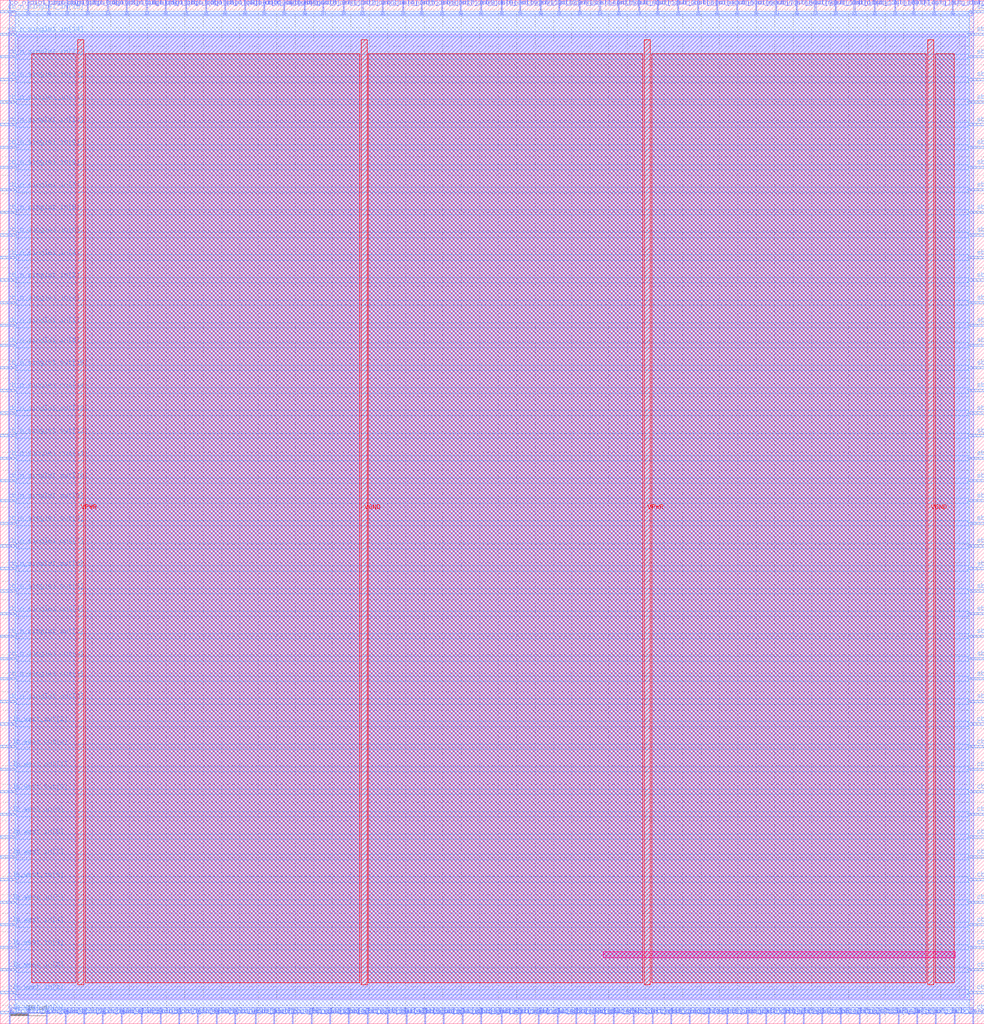
<source format=lef>
VERSION 5.7 ;
  NOWIREEXTENSIONATPIN ON ;
  DIVIDERCHAR "/" ;
  BUSBITCHARS "[]" ;
MACRO clb_tile
  CLASS BLOCK ;
  FOREIGN clb_tile ;
  ORIGIN 0.000 0.000 ;
  SIZE 266.785 BY 277.505 ;
  PIN CIN
    DIRECTION INPUT ;
    USE SIGNAL ;
    PORT
      LAYER met2 ;
        RECT 238.370 0.000 238.650 4.000 ;
    END
  END CIN
  PIN COUT
    DIRECTION OUTPUT TRISTATE ;
    USE SIGNAL ;
    PORT
      LAYER met2 ;
        RECT 247.570 273.505 247.850 277.505 ;
    END
  END COUT
  PIN cb_e_clb1_input[0]
    DIRECTION OUTPUT TRISTATE ;
    USE SIGNAL ;
    PORT
      LAYER met3 ;
        RECT 262.785 2.760 266.785 3.360 ;
    END
  END cb_e_clb1_input[0]
  PIN cb_e_clb1_input[1]
    DIRECTION OUTPUT TRISTATE ;
    USE SIGNAL ;
    PORT
      LAYER met3 ;
        RECT 262.785 8.200 266.785 8.800 ;
    END
  END cb_e_clb1_input[1]
  PIN cb_e_clb1_input[2]
    DIRECTION OUTPUT TRISTATE ;
    USE SIGNAL ;
    PORT
      LAYER met3 ;
        RECT 262.785 14.320 266.785 14.920 ;
    END
  END cb_e_clb1_input[2]
  PIN cb_e_clb1_input[3]
    DIRECTION OUTPUT TRISTATE ;
    USE SIGNAL ;
    PORT
      LAYER met3 ;
        RECT 262.785 20.440 266.785 21.040 ;
    END
  END cb_e_clb1_input[3]
  PIN cb_e_clb1_input[4]
    DIRECTION OUTPUT TRISTATE ;
    USE SIGNAL ;
    PORT
      LAYER met3 ;
        RECT 262.785 26.560 266.785 27.160 ;
    END
  END cb_e_clb1_input[4]
  PIN cb_e_clb1_input[5]
    DIRECTION OUTPUT TRISTATE ;
    USE SIGNAL ;
    PORT
      LAYER met3 ;
        RECT 262.785 32.680 266.785 33.280 ;
    END
  END cb_e_clb1_input[5]
  PIN cb_e_clb1_input[6]
    DIRECTION OUTPUT TRISTATE ;
    USE SIGNAL ;
    PORT
      LAYER met3 ;
        RECT 262.785 38.800 266.785 39.400 ;
    END
  END cb_e_clb1_input[6]
  PIN cb_e_clb1_input[7]
    DIRECTION OUTPUT TRISTATE ;
    USE SIGNAL ;
    PORT
      LAYER met3 ;
        RECT 262.785 44.920 266.785 45.520 ;
    END
  END cb_e_clb1_input[7]
  PIN cb_e_clb1_input[8]
    DIRECTION OUTPUT TRISTATE ;
    USE SIGNAL ;
    PORT
      LAYER met3 ;
        RECT 262.785 50.360 266.785 50.960 ;
    END
  END cb_e_clb1_input[8]
  PIN cb_e_clb1_input[9]
    DIRECTION OUTPUT TRISTATE ;
    USE SIGNAL ;
    PORT
      LAYER met3 ;
        RECT 262.785 56.480 266.785 57.080 ;
    END
  END cb_e_clb1_input[9]
  PIN cb_e_clb1_output[0]
    DIRECTION INPUT ;
    USE SIGNAL ;
    PORT
      LAYER met3 ;
        RECT 262.785 62.600 266.785 63.200 ;
    END
  END cb_e_clb1_output[0]
  PIN cb_e_clb1_output[1]
    DIRECTION INPUT ;
    USE SIGNAL ;
    PORT
      LAYER met3 ;
        RECT 262.785 68.720 266.785 69.320 ;
    END
  END cb_e_clb1_output[1]
  PIN cb_e_clb1_output[2]
    DIRECTION INPUT ;
    USE SIGNAL ;
    PORT
      LAYER met3 ;
        RECT 262.785 74.840 266.785 75.440 ;
    END
  END cb_e_clb1_output[2]
  PIN cb_e_clb1_output[3]
    DIRECTION INPUT ;
    USE SIGNAL ;
    PORT
      LAYER met3 ;
        RECT 262.785 80.960 266.785 81.560 ;
    END
  END cb_e_clb1_output[3]
  PIN cb_e_single1_in[0]
    DIRECTION INPUT ;
    USE SIGNAL ;
    PORT
      LAYER met2 ;
        RECT 156.030 0.000 156.310 4.000 ;
    END
  END cb_e_single1_in[0]
  PIN cb_e_single1_in[10]
    DIRECTION INPUT ;
    USE SIGNAL ;
    PORT
      LAYER met2 ;
        RECT 207.550 0.000 207.830 4.000 ;
    END
  END cb_e_single1_in[10]
  PIN cb_e_single1_in[11]
    DIRECTION INPUT ;
    USE SIGNAL ;
    PORT
      LAYER met2 ;
        RECT 212.610 0.000 212.890 4.000 ;
    END
  END cb_e_single1_in[11]
  PIN cb_e_single1_in[12]
    DIRECTION INPUT ;
    USE SIGNAL ;
    PORT
      LAYER met2 ;
        RECT 217.670 0.000 217.950 4.000 ;
    END
  END cb_e_single1_in[12]
  PIN cb_e_single1_in[13]
    DIRECTION INPUT ;
    USE SIGNAL ;
    PORT
      LAYER met2 ;
        RECT 222.730 0.000 223.010 4.000 ;
    END
  END cb_e_single1_in[13]
  PIN cb_e_single1_in[14]
    DIRECTION INPUT ;
    USE SIGNAL ;
    PORT
      LAYER met2 ;
        RECT 227.790 0.000 228.070 4.000 ;
    END
  END cb_e_single1_in[14]
  PIN cb_e_single1_in[15]
    DIRECTION INPUT ;
    USE SIGNAL ;
    PORT
      LAYER met2 ;
        RECT 232.850 0.000 233.130 4.000 ;
    END
  END cb_e_single1_in[15]
  PIN cb_e_single1_in[1]
    DIRECTION INPUT ;
    USE SIGNAL ;
    PORT
      LAYER met2 ;
        RECT 161.090 0.000 161.370 4.000 ;
    END
  END cb_e_single1_in[1]
  PIN cb_e_single1_in[2]
    DIRECTION INPUT ;
    USE SIGNAL ;
    PORT
      LAYER met2 ;
        RECT 166.150 0.000 166.430 4.000 ;
    END
  END cb_e_single1_in[2]
  PIN cb_e_single1_in[3]
    DIRECTION INPUT ;
    USE SIGNAL ;
    PORT
      LAYER met2 ;
        RECT 171.670 0.000 171.950 4.000 ;
    END
  END cb_e_single1_in[3]
  PIN cb_e_single1_in[4]
    DIRECTION INPUT ;
    USE SIGNAL ;
    PORT
      LAYER met2 ;
        RECT 176.730 0.000 177.010 4.000 ;
    END
  END cb_e_single1_in[4]
  PIN cb_e_single1_in[5]
    DIRECTION INPUT ;
    USE SIGNAL ;
    PORT
      LAYER met2 ;
        RECT 181.790 0.000 182.070 4.000 ;
    END
  END cb_e_single1_in[5]
  PIN cb_e_single1_in[6]
    DIRECTION INPUT ;
    USE SIGNAL ;
    PORT
      LAYER met2 ;
        RECT 186.850 0.000 187.130 4.000 ;
    END
  END cb_e_single1_in[6]
  PIN cb_e_single1_in[7]
    DIRECTION INPUT ;
    USE SIGNAL ;
    PORT
      LAYER met2 ;
        RECT 191.910 0.000 192.190 4.000 ;
    END
  END cb_e_single1_in[7]
  PIN cb_e_single1_in[8]
    DIRECTION INPUT ;
    USE SIGNAL ;
    PORT
      LAYER met2 ;
        RECT 196.970 0.000 197.250 4.000 ;
    END
  END cb_e_single1_in[8]
  PIN cb_e_single1_in[9]
    DIRECTION INPUT ;
    USE SIGNAL ;
    PORT
      LAYER met2 ;
        RECT 202.490 0.000 202.770 4.000 ;
    END
  END cb_e_single1_in[9]
  PIN cb_e_single1_out[0]
    DIRECTION OUTPUT TRISTATE ;
    USE SIGNAL ;
    PORT
      LAYER met2 ;
        RECT 74.150 0.000 74.430 4.000 ;
    END
  END cb_e_single1_out[0]
  PIN cb_e_single1_out[10]
    DIRECTION OUTPUT TRISTATE ;
    USE SIGNAL ;
    PORT
      LAYER met2 ;
        RECT 125.210 0.000 125.490 4.000 ;
    END
  END cb_e_single1_out[10]
  PIN cb_e_single1_out[11]
    DIRECTION OUTPUT TRISTATE ;
    USE SIGNAL ;
    PORT
      LAYER met2 ;
        RECT 130.270 0.000 130.550 4.000 ;
    END
  END cb_e_single1_out[11]
  PIN cb_e_single1_out[12]
    DIRECTION OUTPUT TRISTATE ;
    USE SIGNAL ;
    PORT
      LAYER met2 ;
        RECT 135.790 0.000 136.070 4.000 ;
    END
  END cb_e_single1_out[12]
  PIN cb_e_single1_out[13]
    DIRECTION OUTPUT TRISTATE ;
    USE SIGNAL ;
    PORT
      LAYER met2 ;
        RECT 140.850 0.000 141.130 4.000 ;
    END
  END cb_e_single1_out[13]
  PIN cb_e_single1_out[14]
    DIRECTION OUTPUT TRISTATE ;
    USE SIGNAL ;
    PORT
      LAYER met2 ;
        RECT 145.910 0.000 146.190 4.000 ;
    END
  END cb_e_single1_out[14]
  PIN cb_e_single1_out[15]
    DIRECTION OUTPUT TRISTATE ;
    USE SIGNAL ;
    PORT
      LAYER met2 ;
        RECT 150.970 0.000 151.250 4.000 ;
    END
  END cb_e_single1_out[15]
  PIN cb_e_single1_out[1]
    DIRECTION OUTPUT TRISTATE ;
    USE SIGNAL ;
    PORT
      LAYER met2 ;
        RECT 79.210 0.000 79.490 4.000 ;
    END
  END cb_e_single1_out[1]
  PIN cb_e_single1_out[2]
    DIRECTION OUTPUT TRISTATE ;
    USE SIGNAL ;
    PORT
      LAYER met2 ;
        RECT 84.270 0.000 84.550 4.000 ;
    END
  END cb_e_single1_out[2]
  PIN cb_e_single1_out[3]
    DIRECTION OUTPUT TRISTATE ;
    USE SIGNAL ;
    PORT
      LAYER met2 ;
        RECT 89.330 0.000 89.610 4.000 ;
    END
  END cb_e_single1_out[3]
  PIN cb_e_single1_out[4]
    DIRECTION OUTPUT TRISTATE ;
    USE SIGNAL ;
    PORT
      LAYER met2 ;
        RECT 94.390 0.000 94.670 4.000 ;
    END
  END cb_e_single1_out[4]
  PIN cb_e_single1_out[5]
    DIRECTION OUTPUT TRISTATE ;
    USE SIGNAL ;
    PORT
      LAYER met2 ;
        RECT 99.450 0.000 99.730 4.000 ;
    END
  END cb_e_single1_out[5]
  PIN cb_e_single1_out[6]
    DIRECTION OUTPUT TRISTATE ;
    USE SIGNAL ;
    PORT
      LAYER met2 ;
        RECT 104.970 0.000 105.250 4.000 ;
    END
  END cb_e_single1_out[6]
  PIN cb_e_single1_out[7]
    DIRECTION OUTPUT TRISTATE ;
    USE SIGNAL ;
    PORT
      LAYER met2 ;
        RECT 110.030 0.000 110.310 4.000 ;
    END
  END cb_e_single1_out[7]
  PIN cb_e_single1_out[8]
    DIRECTION OUTPUT TRISTATE ;
    USE SIGNAL ;
    PORT
      LAYER met2 ;
        RECT 115.090 0.000 115.370 4.000 ;
    END
  END cb_e_single1_out[8]
  PIN cb_e_single1_out[9]
    DIRECTION OUTPUT TRISTATE ;
    USE SIGNAL ;
    PORT
      LAYER met2 ;
        RECT 120.150 0.000 120.430 4.000 ;
    END
  END cb_e_single1_out[9]
  PIN cb_n_clb1_input[0]
    DIRECTION OUTPUT TRISTATE ;
    USE SIGNAL ;
    PORT
      LAYER met2 ;
        RECT 2.390 273.505 2.670 277.505 ;
    END
  END cb_n_clb1_input[0]
  PIN cb_n_clb1_input[1]
    DIRECTION OUTPUT TRISTATE ;
    USE SIGNAL ;
    PORT
      LAYER met2 ;
        RECT 7.450 273.505 7.730 277.505 ;
    END
  END cb_n_clb1_input[1]
  PIN cb_n_clb1_input[2]
    DIRECTION OUTPUT TRISTATE ;
    USE SIGNAL ;
    PORT
      LAYER met2 ;
        RECT 12.970 273.505 13.250 277.505 ;
    END
  END cb_n_clb1_input[2]
  PIN cb_n_clb1_input[3]
    DIRECTION OUTPUT TRISTATE ;
    USE SIGNAL ;
    PORT
      LAYER met2 ;
        RECT 18.030 273.505 18.310 277.505 ;
    END
  END cb_n_clb1_input[3]
  PIN cb_n_clb1_input[4]
    DIRECTION OUTPUT TRISTATE ;
    USE SIGNAL ;
    PORT
      LAYER met2 ;
        RECT 23.550 273.505 23.830 277.505 ;
    END
  END cb_n_clb1_input[4]
  PIN cb_n_clb1_input[5]
    DIRECTION OUTPUT TRISTATE ;
    USE SIGNAL ;
    PORT
      LAYER met2 ;
        RECT 29.070 273.505 29.350 277.505 ;
    END
  END cb_n_clb1_input[5]
  PIN cb_n_clb1_input[6]
    DIRECTION OUTPUT TRISTATE ;
    USE SIGNAL ;
    PORT
      LAYER met2 ;
        RECT 34.130 273.505 34.410 277.505 ;
    END
  END cb_n_clb1_input[6]
  PIN cb_n_clb1_input[7]
    DIRECTION OUTPUT TRISTATE ;
    USE SIGNAL ;
    PORT
      LAYER met2 ;
        RECT 39.650 273.505 39.930 277.505 ;
    END
  END cb_n_clb1_input[7]
  PIN cb_n_clb1_input[8]
    DIRECTION OUTPUT TRISTATE ;
    USE SIGNAL ;
    PORT
      LAYER met2 ;
        RECT 44.710 273.505 44.990 277.505 ;
    END
  END cb_n_clb1_input[8]
  PIN cb_n_clb1_input[9]
    DIRECTION OUTPUT TRISTATE ;
    USE SIGNAL ;
    PORT
      LAYER met2 ;
        RECT 50.230 273.505 50.510 277.505 ;
    END
  END cb_n_clb1_input[9]
  PIN cb_n_clb1_output[0]
    DIRECTION INPUT ;
    USE SIGNAL ;
    PORT
      LAYER met2 ;
        RECT 55.750 273.505 56.030 277.505 ;
    END
  END cb_n_clb1_output[0]
  PIN cb_n_clb1_output[1]
    DIRECTION INPUT ;
    USE SIGNAL ;
    PORT
      LAYER met2 ;
        RECT 60.810 273.505 61.090 277.505 ;
    END
  END cb_n_clb1_output[1]
  PIN cb_n_clb1_output[2]
    DIRECTION INPUT ;
    USE SIGNAL ;
    PORT
      LAYER met2 ;
        RECT 66.330 273.505 66.610 277.505 ;
    END
  END cb_n_clb1_output[2]
  PIN cb_n_clb1_output[3]
    DIRECTION INPUT ;
    USE SIGNAL ;
    PORT
      LAYER met2 ;
        RECT 71.390 273.505 71.670 277.505 ;
    END
  END cb_n_clb1_output[3]
  PIN cb_n_single1_in[0]
    DIRECTION INPUT ;
    USE SIGNAL ;
    PORT
      LAYER met3 ;
        RECT 0.000 183.640 4.000 184.240 ;
    END
  END cb_n_single1_in[0]
  PIN cb_n_single1_in[10]
    DIRECTION INPUT ;
    USE SIGNAL ;
    PORT
      LAYER met3 ;
        RECT 0.000 243.480 4.000 244.080 ;
    END
  END cb_n_single1_in[10]
  PIN cb_n_single1_in[11]
    DIRECTION INPUT ;
    USE SIGNAL ;
    PORT
      LAYER met3 ;
        RECT 0.000 249.600 4.000 250.200 ;
    END
  END cb_n_single1_in[11]
  PIN cb_n_single1_in[12]
    DIRECTION INPUT ;
    USE SIGNAL ;
    PORT
      LAYER met3 ;
        RECT 0.000 255.720 4.000 256.320 ;
    END
  END cb_n_single1_in[12]
  PIN cb_n_single1_in[13]
    DIRECTION INPUT ;
    USE SIGNAL ;
    PORT
      LAYER met3 ;
        RECT 0.000 261.840 4.000 262.440 ;
    END
  END cb_n_single1_in[13]
  PIN cb_n_single1_in[14]
    DIRECTION INPUT ;
    USE SIGNAL ;
    PORT
      LAYER met3 ;
        RECT 0.000 267.960 4.000 268.560 ;
    END
  END cb_n_single1_in[14]
  PIN cb_n_single1_in[15]
    DIRECTION INPUT ;
    USE SIGNAL ;
    PORT
      LAYER met3 ;
        RECT 0.000 274.080 4.000 274.680 ;
    END
  END cb_n_single1_in[15]
  PIN cb_n_single1_in[1]
    DIRECTION INPUT ;
    USE SIGNAL ;
    PORT
      LAYER met3 ;
        RECT 0.000 189.080 4.000 189.680 ;
    END
  END cb_n_single1_in[1]
  PIN cb_n_single1_in[2]
    DIRECTION INPUT ;
    USE SIGNAL ;
    PORT
      LAYER met3 ;
        RECT 0.000 195.200 4.000 195.800 ;
    END
  END cb_n_single1_in[2]
  PIN cb_n_single1_in[3]
    DIRECTION INPUT ;
    USE SIGNAL ;
    PORT
      LAYER met3 ;
        RECT 0.000 201.320 4.000 201.920 ;
    END
  END cb_n_single1_in[3]
  PIN cb_n_single1_in[4]
    DIRECTION INPUT ;
    USE SIGNAL ;
    PORT
      LAYER met3 ;
        RECT 0.000 207.440 4.000 208.040 ;
    END
  END cb_n_single1_in[4]
  PIN cb_n_single1_in[5]
    DIRECTION INPUT ;
    USE SIGNAL ;
    PORT
      LAYER met3 ;
        RECT 0.000 213.560 4.000 214.160 ;
    END
  END cb_n_single1_in[5]
  PIN cb_n_single1_in[6]
    DIRECTION INPUT ;
    USE SIGNAL ;
    PORT
      LAYER met3 ;
        RECT 0.000 219.680 4.000 220.280 ;
    END
  END cb_n_single1_in[6]
  PIN cb_n_single1_in[7]
    DIRECTION INPUT ;
    USE SIGNAL ;
    PORT
      LAYER met3 ;
        RECT 0.000 225.800 4.000 226.400 ;
    END
  END cb_n_single1_in[7]
  PIN cb_n_single1_in[8]
    DIRECTION INPUT ;
    USE SIGNAL ;
    PORT
      LAYER met3 ;
        RECT 0.000 231.920 4.000 232.520 ;
    END
  END cb_n_single1_in[8]
  PIN cb_n_single1_in[9]
    DIRECTION INPUT ;
    USE SIGNAL ;
    PORT
      LAYER met3 ;
        RECT 0.000 237.360 4.000 237.960 ;
    END
  END cb_n_single1_in[9]
  PIN cb_n_single1_out[0]
    DIRECTION OUTPUT TRISTATE ;
    USE SIGNAL ;
    PORT
      LAYER met3 ;
        RECT 0.000 87.080 4.000 87.680 ;
    END
  END cb_n_single1_out[0]
  PIN cb_n_single1_out[10]
    DIRECTION OUTPUT TRISTATE ;
    USE SIGNAL ;
    PORT
      LAYER met3 ;
        RECT 0.000 146.920 4.000 147.520 ;
    END
  END cb_n_single1_out[10]
  PIN cb_n_single1_out[11]
    DIRECTION OUTPUT TRISTATE ;
    USE SIGNAL ;
    PORT
      LAYER met3 ;
        RECT 0.000 153.040 4.000 153.640 ;
    END
  END cb_n_single1_out[11]
  PIN cb_n_single1_out[12]
    DIRECTION OUTPUT TRISTATE ;
    USE SIGNAL ;
    PORT
      LAYER met3 ;
        RECT 0.000 159.160 4.000 159.760 ;
    END
  END cb_n_single1_out[12]
  PIN cb_n_single1_out[13]
    DIRECTION OUTPUT TRISTATE ;
    USE SIGNAL ;
    PORT
      LAYER met3 ;
        RECT 0.000 165.280 4.000 165.880 ;
    END
  END cb_n_single1_out[13]
  PIN cb_n_single1_out[14]
    DIRECTION OUTPUT TRISTATE ;
    USE SIGNAL ;
    PORT
      LAYER met3 ;
        RECT 0.000 171.400 4.000 172.000 ;
    END
  END cb_n_single1_out[14]
  PIN cb_n_single1_out[15]
    DIRECTION OUTPUT TRISTATE ;
    USE SIGNAL ;
    PORT
      LAYER met3 ;
        RECT 0.000 177.520 4.000 178.120 ;
    END
  END cb_n_single1_out[15]
  PIN cb_n_single1_out[1]
    DIRECTION OUTPUT TRISTATE ;
    USE SIGNAL ;
    PORT
      LAYER met3 ;
        RECT 0.000 93.200 4.000 93.800 ;
    END
  END cb_n_single1_out[1]
  PIN cb_n_single1_out[2]
    DIRECTION OUTPUT TRISTATE ;
    USE SIGNAL ;
    PORT
      LAYER met3 ;
        RECT 0.000 98.640 4.000 99.240 ;
    END
  END cb_n_single1_out[2]
  PIN cb_n_single1_out[3]
    DIRECTION OUTPUT TRISTATE ;
    USE SIGNAL ;
    PORT
      LAYER met3 ;
        RECT 0.000 104.760 4.000 105.360 ;
    END
  END cb_n_single1_out[3]
  PIN cb_n_single1_out[4]
    DIRECTION OUTPUT TRISTATE ;
    USE SIGNAL ;
    PORT
      LAYER met3 ;
        RECT 0.000 110.880 4.000 111.480 ;
    END
  END cb_n_single1_out[4]
  PIN cb_n_single1_out[5]
    DIRECTION OUTPUT TRISTATE ;
    USE SIGNAL ;
    PORT
      LAYER met3 ;
        RECT 0.000 117.000 4.000 117.600 ;
    END
  END cb_n_single1_out[5]
  PIN cb_n_single1_out[6]
    DIRECTION OUTPUT TRISTATE ;
    USE SIGNAL ;
    PORT
      LAYER met3 ;
        RECT 0.000 123.120 4.000 123.720 ;
    END
  END cb_n_single1_out[6]
  PIN cb_n_single1_out[7]
    DIRECTION OUTPUT TRISTATE ;
    USE SIGNAL ;
    PORT
      LAYER met3 ;
        RECT 0.000 129.240 4.000 129.840 ;
    END
  END cb_n_single1_out[7]
  PIN cb_n_single1_out[8]
    DIRECTION OUTPUT TRISTATE ;
    USE SIGNAL ;
    PORT
      LAYER met3 ;
        RECT 0.000 135.360 4.000 135.960 ;
    END
  END cb_n_single1_out[8]
  PIN cb_n_single1_out[9]
    DIRECTION OUTPUT TRISTATE ;
    USE SIGNAL ;
    PORT
      LAYER met3 ;
        RECT 0.000 141.480 4.000 142.080 ;
    END
  END cb_n_single1_out[9]
  PIN cfg_bit_in
    DIRECTION INPUT ;
    USE SIGNAL ;
    PORT
      LAYER met2 ;
        RECT 248.490 0.000 248.770 4.000 ;
    END
  END cfg_bit_in
  PIN cfg_bit_in_valid
    DIRECTION INPUT ;
    USE SIGNAL ;
    PORT
      LAYER met2 ;
        RECT 253.550 0.000 253.830 4.000 ;
    END
  END cfg_bit_in_valid
  PIN cfg_bit_out
    DIRECTION OUTPUT TRISTATE ;
    USE SIGNAL ;
    PORT
      LAYER met2 ;
        RECT 258.150 273.505 258.430 277.505 ;
    END
  END cfg_bit_out
  PIN cfg_bit_out_valid
    DIRECTION OUTPUT TRISTATE ;
    USE SIGNAL ;
    PORT
      LAYER met2 ;
        RECT 263.670 273.505 263.950 277.505 ;
    END
  END cfg_bit_out_valid
  PIN cfg_in_start
    DIRECTION INPUT ;
    USE SIGNAL ;
    PORT
      LAYER met2 ;
        RECT 243.430 0.000 243.710 4.000 ;
    END
  END cfg_in_start
  PIN cfg_out_start
    DIRECTION OUTPUT TRISTATE ;
    USE SIGNAL ;
    PORT
      LAYER met2 ;
        RECT 253.090 273.505 253.370 277.505 ;
    END
  END cfg_out_start
  PIN clb_south_in[0]
    DIRECTION INPUT ;
    USE SIGNAL ;
    PORT
      LAYER met2 ;
        RECT 2.390 0.000 2.670 4.000 ;
    END
  END clb_south_in[0]
  PIN clb_south_in[1]
    DIRECTION INPUT ;
    USE SIGNAL ;
    PORT
      LAYER met2 ;
        RECT 7.450 0.000 7.730 4.000 ;
    END
  END clb_south_in[1]
  PIN clb_south_in[2]
    DIRECTION INPUT ;
    USE SIGNAL ;
    PORT
      LAYER met2 ;
        RECT 12.510 0.000 12.790 4.000 ;
    END
  END clb_south_in[2]
  PIN clb_south_in[3]
    DIRECTION INPUT ;
    USE SIGNAL ;
    PORT
      LAYER met2 ;
        RECT 17.570 0.000 17.850 4.000 ;
    END
  END clb_south_in[3]
  PIN clb_south_in[4]
    DIRECTION INPUT ;
    USE SIGNAL ;
    PORT
      LAYER met2 ;
        RECT 22.630 0.000 22.910 4.000 ;
    END
  END clb_south_in[4]
  PIN clb_south_in[5]
    DIRECTION INPUT ;
    USE SIGNAL ;
    PORT
      LAYER met2 ;
        RECT 27.690 0.000 27.970 4.000 ;
    END
  END clb_south_in[5]
  PIN clb_south_in[6]
    DIRECTION INPUT ;
    USE SIGNAL ;
    PORT
      LAYER met2 ;
        RECT 32.750 0.000 33.030 4.000 ;
    END
  END clb_south_in[6]
  PIN clb_south_in[7]
    DIRECTION INPUT ;
    USE SIGNAL ;
    PORT
      LAYER met2 ;
        RECT 38.270 0.000 38.550 4.000 ;
    END
  END clb_south_in[7]
  PIN clb_south_in[8]
    DIRECTION INPUT ;
    USE SIGNAL ;
    PORT
      LAYER met2 ;
        RECT 43.330 0.000 43.610 4.000 ;
    END
  END clb_south_in[8]
  PIN clb_south_in[9]
    DIRECTION INPUT ;
    USE SIGNAL ;
    PORT
      LAYER met2 ;
        RECT 48.390 0.000 48.670 4.000 ;
    END
  END clb_south_in[9]
  PIN clb_south_out[0]
    DIRECTION OUTPUT TRISTATE ;
    USE SIGNAL ;
    PORT
      LAYER met2 ;
        RECT 53.450 0.000 53.730 4.000 ;
    END
  END clb_south_out[0]
  PIN clb_south_out[1]
    DIRECTION OUTPUT TRISTATE ;
    USE SIGNAL ;
    PORT
      LAYER met2 ;
        RECT 58.510 0.000 58.790 4.000 ;
    END
  END clb_south_out[1]
  PIN clb_south_out[2]
    DIRECTION OUTPUT TRISTATE ;
    USE SIGNAL ;
    PORT
      LAYER met2 ;
        RECT 63.570 0.000 63.850 4.000 ;
    END
  END clb_south_out[2]
  PIN clb_south_out[3]
    DIRECTION OUTPUT TRISTATE ;
    USE SIGNAL ;
    PORT
      LAYER met2 ;
        RECT 69.090 0.000 69.370 4.000 ;
    END
  END clb_south_out[3]
  PIN clb_west_in[0]
    DIRECTION INPUT ;
    USE SIGNAL ;
    PORT
      LAYER met3 ;
        RECT 0.000 2.760 4.000 3.360 ;
    END
  END clb_west_in[0]
  PIN clb_west_in[1]
    DIRECTION INPUT ;
    USE SIGNAL ;
    PORT
      LAYER met3 ;
        RECT 0.000 8.200 4.000 8.800 ;
    END
  END clb_west_in[1]
  PIN clb_west_in[2]
    DIRECTION INPUT ;
    USE SIGNAL ;
    PORT
      LAYER met3 ;
        RECT 0.000 14.320 4.000 14.920 ;
    END
  END clb_west_in[2]
  PIN clb_west_in[3]
    DIRECTION INPUT ;
    USE SIGNAL ;
    PORT
      LAYER met3 ;
        RECT 0.000 20.440 4.000 21.040 ;
    END
  END clb_west_in[3]
  PIN clb_west_in[4]
    DIRECTION INPUT ;
    USE SIGNAL ;
    PORT
      LAYER met3 ;
        RECT 0.000 26.560 4.000 27.160 ;
    END
  END clb_west_in[4]
  PIN clb_west_in[5]
    DIRECTION INPUT ;
    USE SIGNAL ;
    PORT
      LAYER met3 ;
        RECT 0.000 32.680 4.000 33.280 ;
    END
  END clb_west_in[5]
  PIN clb_west_in[6]
    DIRECTION INPUT ;
    USE SIGNAL ;
    PORT
      LAYER met3 ;
        RECT 0.000 38.800 4.000 39.400 ;
    END
  END clb_west_in[6]
  PIN clb_west_in[7]
    DIRECTION INPUT ;
    USE SIGNAL ;
    PORT
      LAYER met3 ;
        RECT 0.000 44.920 4.000 45.520 ;
    END
  END clb_west_in[7]
  PIN clb_west_in[8]
    DIRECTION INPUT ;
    USE SIGNAL ;
    PORT
      LAYER met3 ;
        RECT 0.000 50.360 4.000 50.960 ;
    END
  END clb_west_in[8]
  PIN clb_west_in[9]
    DIRECTION INPUT ;
    USE SIGNAL ;
    PORT
      LAYER met3 ;
        RECT 0.000 56.480 4.000 57.080 ;
    END
  END clb_west_in[9]
  PIN clb_west_out[0]
    DIRECTION OUTPUT TRISTATE ;
    USE SIGNAL ;
    PORT
      LAYER met3 ;
        RECT 0.000 62.600 4.000 63.200 ;
    END
  END clb_west_out[0]
  PIN clb_west_out[1]
    DIRECTION OUTPUT TRISTATE ;
    USE SIGNAL ;
    PORT
      LAYER met3 ;
        RECT 0.000 68.720 4.000 69.320 ;
    END
  END clb_west_out[1]
  PIN clb_west_out[2]
    DIRECTION OUTPUT TRISTATE ;
    USE SIGNAL ;
    PORT
      LAYER met3 ;
        RECT 0.000 74.840 4.000 75.440 ;
    END
  END clb_west_out[2]
  PIN clb_west_out[3]
    DIRECTION OUTPUT TRISTATE ;
    USE SIGNAL ;
    PORT
      LAYER met3 ;
        RECT 0.000 80.960 4.000 81.560 ;
    END
  END clb_west_out[3]
  PIN clk
    DIRECTION INPUT ;
    USE SIGNAL ;
    PORT
      LAYER met2 ;
        RECT 258.610 0.000 258.890 4.000 ;
    END
  END clk
  PIN crst
    DIRECTION INPUT ;
    USE SIGNAL ;
    PORT
      LAYER met2 ;
        RECT 263.670 0.000 263.950 4.000 ;
    END
  END crst
  PIN sb_east_in[0]
    DIRECTION INPUT ;
    USE SIGNAL ;
    PORT
      LAYER met3 ;
        RECT 262.785 87.080 266.785 87.680 ;
    END
  END sb_east_in[0]
  PIN sb_east_in[10]
    DIRECTION INPUT ;
    USE SIGNAL ;
    PORT
      LAYER met3 ;
        RECT 262.785 146.920 266.785 147.520 ;
    END
  END sb_east_in[10]
  PIN sb_east_in[11]
    DIRECTION INPUT ;
    USE SIGNAL ;
    PORT
      LAYER met3 ;
        RECT 262.785 153.040 266.785 153.640 ;
    END
  END sb_east_in[11]
  PIN sb_east_in[12]
    DIRECTION INPUT ;
    USE SIGNAL ;
    PORT
      LAYER met3 ;
        RECT 262.785 159.160 266.785 159.760 ;
    END
  END sb_east_in[12]
  PIN sb_east_in[13]
    DIRECTION INPUT ;
    USE SIGNAL ;
    PORT
      LAYER met3 ;
        RECT 262.785 165.280 266.785 165.880 ;
    END
  END sb_east_in[13]
  PIN sb_east_in[14]
    DIRECTION INPUT ;
    USE SIGNAL ;
    PORT
      LAYER met3 ;
        RECT 262.785 171.400 266.785 172.000 ;
    END
  END sb_east_in[14]
  PIN sb_east_in[15]
    DIRECTION INPUT ;
    USE SIGNAL ;
    PORT
      LAYER met3 ;
        RECT 262.785 177.520 266.785 178.120 ;
    END
  END sb_east_in[15]
  PIN sb_east_in[1]
    DIRECTION INPUT ;
    USE SIGNAL ;
    PORT
      LAYER met3 ;
        RECT 262.785 93.200 266.785 93.800 ;
    END
  END sb_east_in[1]
  PIN sb_east_in[2]
    DIRECTION INPUT ;
    USE SIGNAL ;
    PORT
      LAYER met3 ;
        RECT 262.785 98.640 266.785 99.240 ;
    END
  END sb_east_in[2]
  PIN sb_east_in[3]
    DIRECTION INPUT ;
    USE SIGNAL ;
    PORT
      LAYER met3 ;
        RECT 262.785 104.760 266.785 105.360 ;
    END
  END sb_east_in[3]
  PIN sb_east_in[4]
    DIRECTION INPUT ;
    USE SIGNAL ;
    PORT
      LAYER met3 ;
        RECT 262.785 110.880 266.785 111.480 ;
    END
  END sb_east_in[4]
  PIN sb_east_in[5]
    DIRECTION INPUT ;
    USE SIGNAL ;
    PORT
      LAYER met3 ;
        RECT 262.785 117.000 266.785 117.600 ;
    END
  END sb_east_in[5]
  PIN sb_east_in[6]
    DIRECTION INPUT ;
    USE SIGNAL ;
    PORT
      LAYER met3 ;
        RECT 262.785 123.120 266.785 123.720 ;
    END
  END sb_east_in[6]
  PIN sb_east_in[7]
    DIRECTION INPUT ;
    USE SIGNAL ;
    PORT
      LAYER met3 ;
        RECT 262.785 129.240 266.785 129.840 ;
    END
  END sb_east_in[7]
  PIN sb_east_in[8]
    DIRECTION INPUT ;
    USE SIGNAL ;
    PORT
      LAYER met3 ;
        RECT 262.785 135.360 266.785 135.960 ;
    END
  END sb_east_in[8]
  PIN sb_east_in[9]
    DIRECTION INPUT ;
    USE SIGNAL ;
    PORT
      LAYER met3 ;
        RECT 262.785 141.480 266.785 142.080 ;
    END
  END sb_east_in[9]
  PIN sb_east_out[0]
    DIRECTION OUTPUT TRISTATE ;
    USE SIGNAL ;
    PORT
      LAYER met3 ;
        RECT 262.785 183.640 266.785 184.240 ;
    END
  END sb_east_out[0]
  PIN sb_east_out[10]
    DIRECTION OUTPUT TRISTATE ;
    USE SIGNAL ;
    PORT
      LAYER met3 ;
        RECT 262.785 243.480 266.785 244.080 ;
    END
  END sb_east_out[10]
  PIN sb_east_out[11]
    DIRECTION OUTPUT TRISTATE ;
    USE SIGNAL ;
    PORT
      LAYER met3 ;
        RECT 262.785 249.600 266.785 250.200 ;
    END
  END sb_east_out[11]
  PIN sb_east_out[12]
    DIRECTION OUTPUT TRISTATE ;
    USE SIGNAL ;
    PORT
      LAYER met3 ;
        RECT 262.785 255.720 266.785 256.320 ;
    END
  END sb_east_out[12]
  PIN sb_east_out[13]
    DIRECTION OUTPUT TRISTATE ;
    USE SIGNAL ;
    PORT
      LAYER met3 ;
        RECT 262.785 261.840 266.785 262.440 ;
    END
  END sb_east_out[13]
  PIN sb_east_out[14]
    DIRECTION OUTPUT TRISTATE ;
    USE SIGNAL ;
    PORT
      LAYER met3 ;
        RECT 262.785 267.960 266.785 268.560 ;
    END
  END sb_east_out[14]
  PIN sb_east_out[15]
    DIRECTION OUTPUT TRISTATE ;
    USE SIGNAL ;
    PORT
      LAYER met3 ;
        RECT 262.785 274.080 266.785 274.680 ;
    END
  END sb_east_out[15]
  PIN sb_east_out[1]
    DIRECTION OUTPUT TRISTATE ;
    USE SIGNAL ;
    PORT
      LAYER met3 ;
        RECT 262.785 189.080 266.785 189.680 ;
    END
  END sb_east_out[1]
  PIN sb_east_out[2]
    DIRECTION OUTPUT TRISTATE ;
    USE SIGNAL ;
    PORT
      LAYER met3 ;
        RECT 262.785 195.200 266.785 195.800 ;
    END
  END sb_east_out[2]
  PIN sb_east_out[3]
    DIRECTION OUTPUT TRISTATE ;
    USE SIGNAL ;
    PORT
      LAYER met3 ;
        RECT 262.785 201.320 266.785 201.920 ;
    END
  END sb_east_out[3]
  PIN sb_east_out[4]
    DIRECTION OUTPUT TRISTATE ;
    USE SIGNAL ;
    PORT
      LAYER met3 ;
        RECT 262.785 207.440 266.785 208.040 ;
    END
  END sb_east_out[4]
  PIN sb_east_out[5]
    DIRECTION OUTPUT TRISTATE ;
    USE SIGNAL ;
    PORT
      LAYER met3 ;
        RECT 262.785 213.560 266.785 214.160 ;
    END
  END sb_east_out[5]
  PIN sb_east_out[6]
    DIRECTION OUTPUT TRISTATE ;
    USE SIGNAL ;
    PORT
      LAYER met3 ;
        RECT 262.785 219.680 266.785 220.280 ;
    END
  END sb_east_out[6]
  PIN sb_east_out[7]
    DIRECTION OUTPUT TRISTATE ;
    USE SIGNAL ;
    PORT
      LAYER met3 ;
        RECT 262.785 225.800 266.785 226.400 ;
    END
  END sb_east_out[7]
  PIN sb_east_out[8]
    DIRECTION OUTPUT TRISTATE ;
    USE SIGNAL ;
    PORT
      LAYER met3 ;
        RECT 262.785 231.920 266.785 232.520 ;
    END
  END sb_east_out[8]
  PIN sb_east_out[9]
    DIRECTION OUTPUT TRISTATE ;
    USE SIGNAL ;
    PORT
      LAYER met3 ;
        RECT 262.785 237.360 266.785 237.960 ;
    END
  END sb_east_out[9]
  PIN sb_north_in[0]
    DIRECTION INPUT ;
    USE SIGNAL ;
    PORT
      LAYER met2 ;
        RECT 76.910 273.505 77.190 277.505 ;
    END
  END sb_north_in[0]
  PIN sb_north_in[10]
    DIRECTION INPUT ;
    USE SIGNAL ;
    PORT
      LAYER met2 ;
        RECT 130.270 273.505 130.550 277.505 ;
    END
  END sb_north_in[10]
  PIN sb_north_in[11]
    DIRECTION INPUT ;
    USE SIGNAL ;
    PORT
      LAYER met2 ;
        RECT 135.790 273.505 136.070 277.505 ;
    END
  END sb_north_in[11]
  PIN sb_north_in[12]
    DIRECTION INPUT ;
    USE SIGNAL ;
    PORT
      LAYER met2 ;
        RECT 140.850 273.505 141.130 277.505 ;
    END
  END sb_north_in[12]
  PIN sb_north_in[13]
    DIRECTION INPUT ;
    USE SIGNAL ;
    PORT
      LAYER met2 ;
        RECT 146.370 273.505 146.650 277.505 ;
    END
  END sb_north_in[13]
  PIN sb_north_in[14]
    DIRECTION INPUT ;
    USE SIGNAL ;
    PORT
      LAYER met2 ;
        RECT 151.430 273.505 151.710 277.505 ;
    END
  END sb_north_in[14]
  PIN sb_north_in[15]
    DIRECTION INPUT ;
    USE SIGNAL ;
    PORT
      LAYER met2 ;
        RECT 156.950 273.505 157.230 277.505 ;
    END
  END sb_north_in[15]
  PIN sb_north_in[1]
    DIRECTION INPUT ;
    USE SIGNAL ;
    PORT
      LAYER met2 ;
        RECT 82.430 273.505 82.710 277.505 ;
    END
  END sb_north_in[1]
  PIN sb_north_in[2]
    DIRECTION INPUT ;
    USE SIGNAL ;
    PORT
      LAYER met2 ;
        RECT 87.490 273.505 87.770 277.505 ;
    END
  END sb_north_in[2]
  PIN sb_north_in[3]
    DIRECTION INPUT ;
    USE SIGNAL ;
    PORT
      LAYER met2 ;
        RECT 93.010 273.505 93.290 277.505 ;
    END
  END sb_north_in[3]
  PIN sb_north_in[4]
    DIRECTION INPUT ;
    USE SIGNAL ;
    PORT
      LAYER met2 ;
        RECT 98.070 273.505 98.350 277.505 ;
    END
  END sb_north_in[4]
  PIN sb_north_in[5]
    DIRECTION INPUT ;
    USE SIGNAL ;
    PORT
      LAYER met2 ;
        RECT 103.590 273.505 103.870 277.505 ;
    END
  END sb_north_in[5]
  PIN sb_north_in[6]
    DIRECTION INPUT ;
    USE SIGNAL ;
    PORT
      LAYER met2 ;
        RECT 109.110 273.505 109.390 277.505 ;
    END
  END sb_north_in[6]
  PIN sb_north_in[7]
    DIRECTION INPUT ;
    USE SIGNAL ;
    PORT
      LAYER met2 ;
        RECT 114.170 273.505 114.450 277.505 ;
    END
  END sb_north_in[7]
  PIN sb_north_in[8]
    DIRECTION INPUT ;
    USE SIGNAL ;
    PORT
      LAYER met2 ;
        RECT 119.690 273.505 119.970 277.505 ;
    END
  END sb_north_in[8]
  PIN sb_north_in[9]
    DIRECTION INPUT ;
    USE SIGNAL ;
    PORT
      LAYER met2 ;
        RECT 124.750 273.505 125.030 277.505 ;
    END
  END sb_north_in[9]
  PIN sb_north_out[0]
    DIRECTION OUTPUT TRISTATE ;
    USE SIGNAL ;
    PORT
      LAYER met2 ;
        RECT 162.470 273.505 162.750 277.505 ;
    END
  END sb_north_out[0]
  PIN sb_north_out[10]
    DIRECTION OUTPUT TRISTATE ;
    USE SIGNAL ;
    PORT
      LAYER met2 ;
        RECT 215.830 273.505 216.110 277.505 ;
    END
  END sb_north_out[10]
  PIN sb_north_out[11]
    DIRECTION OUTPUT TRISTATE ;
    USE SIGNAL ;
    PORT
      LAYER met2 ;
        RECT 220.890 273.505 221.170 277.505 ;
    END
  END sb_north_out[11]
  PIN sb_north_out[12]
    DIRECTION OUTPUT TRISTATE ;
    USE SIGNAL ;
    PORT
      LAYER met2 ;
        RECT 226.410 273.505 226.690 277.505 ;
    END
  END sb_north_out[12]
  PIN sb_north_out[13]
    DIRECTION OUTPUT TRISTATE ;
    USE SIGNAL ;
    PORT
      LAYER met2 ;
        RECT 231.470 273.505 231.750 277.505 ;
    END
  END sb_north_out[13]
  PIN sb_north_out[14]
    DIRECTION OUTPUT TRISTATE ;
    USE SIGNAL ;
    PORT
      LAYER met2 ;
        RECT 236.990 273.505 237.270 277.505 ;
    END
  END sb_north_out[14]
  PIN sb_north_out[15]
    DIRECTION OUTPUT TRISTATE ;
    USE SIGNAL ;
    PORT
      LAYER met2 ;
        RECT 242.510 273.505 242.790 277.505 ;
    END
  END sb_north_out[15]
  PIN sb_north_out[1]
    DIRECTION OUTPUT TRISTATE ;
    USE SIGNAL ;
    PORT
      LAYER met2 ;
        RECT 167.530 273.505 167.810 277.505 ;
    END
  END sb_north_out[1]
  PIN sb_north_out[2]
    DIRECTION OUTPUT TRISTATE ;
    USE SIGNAL ;
    PORT
      LAYER met2 ;
        RECT 173.050 273.505 173.330 277.505 ;
    END
  END sb_north_out[2]
  PIN sb_north_out[3]
    DIRECTION OUTPUT TRISTATE ;
    USE SIGNAL ;
    PORT
      LAYER met2 ;
        RECT 178.110 273.505 178.390 277.505 ;
    END
  END sb_north_out[3]
  PIN sb_north_out[4]
    DIRECTION OUTPUT TRISTATE ;
    USE SIGNAL ;
    PORT
      LAYER met2 ;
        RECT 183.630 273.505 183.910 277.505 ;
    END
  END sb_north_out[4]
  PIN sb_north_out[5]
    DIRECTION OUTPUT TRISTATE ;
    USE SIGNAL ;
    PORT
      LAYER met2 ;
        RECT 189.150 273.505 189.430 277.505 ;
    END
  END sb_north_out[5]
  PIN sb_north_out[6]
    DIRECTION OUTPUT TRISTATE ;
    USE SIGNAL ;
    PORT
      LAYER met2 ;
        RECT 194.210 273.505 194.490 277.505 ;
    END
  END sb_north_out[6]
  PIN sb_north_out[7]
    DIRECTION OUTPUT TRISTATE ;
    USE SIGNAL ;
    PORT
      LAYER met2 ;
        RECT 199.730 273.505 200.010 277.505 ;
    END
  END sb_north_out[7]
  PIN sb_north_out[8]
    DIRECTION OUTPUT TRISTATE ;
    USE SIGNAL ;
    PORT
      LAYER met2 ;
        RECT 204.790 273.505 205.070 277.505 ;
    END
  END sb_north_out[8]
  PIN sb_north_out[9]
    DIRECTION OUTPUT TRISTATE ;
    USE SIGNAL ;
    PORT
      LAYER met2 ;
        RECT 210.310 273.505 210.590 277.505 ;
    END
  END sb_north_out[9]
  PIN VPWR
    DIRECTION INOUT ;
    USE POWER ;
    PORT
      LAYER met4 ;
        RECT 174.640 10.640 176.240 266.800 ;
    END
  END VPWR
  PIN VPWR
    DIRECTION INOUT ;
    USE POWER ;
    PORT
      LAYER met4 ;
        RECT 21.040 10.640 22.640 266.800 ;
    END
  END VPWR
  PIN VGND
    DIRECTION INOUT ;
    USE GROUND ;
    PORT
      LAYER met4 ;
        RECT 251.440 10.640 253.040 266.800 ;
    END
  END VGND
  PIN VGND
    DIRECTION INOUT ;
    USE GROUND ;
    PORT
      LAYER met4 ;
        RECT 97.840 10.640 99.440 266.800 ;
    END
  END VGND
  OBS
      LAYER li1 ;
        RECT 4.745 6.885 261.595 268.175 ;
      LAYER met1 ;
        RECT 2.370 6.500 263.970 268.900 ;
      LAYER met2 ;
        RECT 2.950 273.225 7.170 274.565 ;
        RECT 8.010 273.225 12.690 274.565 ;
        RECT 13.530 273.225 17.750 274.565 ;
        RECT 18.590 273.225 23.270 274.565 ;
        RECT 24.110 273.225 28.790 274.565 ;
        RECT 29.630 273.225 33.850 274.565 ;
        RECT 34.690 273.225 39.370 274.565 ;
        RECT 40.210 273.225 44.430 274.565 ;
        RECT 45.270 273.225 49.950 274.565 ;
        RECT 50.790 273.225 55.470 274.565 ;
        RECT 56.310 273.225 60.530 274.565 ;
        RECT 61.370 273.225 66.050 274.565 ;
        RECT 66.890 273.225 71.110 274.565 ;
        RECT 71.950 273.225 76.630 274.565 ;
        RECT 77.470 273.225 82.150 274.565 ;
        RECT 82.990 273.225 87.210 274.565 ;
        RECT 88.050 273.225 92.730 274.565 ;
        RECT 93.570 273.225 97.790 274.565 ;
        RECT 98.630 273.225 103.310 274.565 ;
        RECT 104.150 273.225 108.830 274.565 ;
        RECT 109.670 273.225 113.890 274.565 ;
        RECT 114.730 273.225 119.410 274.565 ;
        RECT 120.250 273.225 124.470 274.565 ;
        RECT 125.310 273.225 129.990 274.565 ;
        RECT 130.830 273.225 135.510 274.565 ;
        RECT 136.350 273.225 140.570 274.565 ;
        RECT 141.410 273.225 146.090 274.565 ;
        RECT 146.930 273.225 151.150 274.565 ;
        RECT 151.990 273.225 156.670 274.565 ;
        RECT 157.510 273.225 162.190 274.565 ;
        RECT 163.030 273.225 167.250 274.565 ;
        RECT 168.090 273.225 172.770 274.565 ;
        RECT 173.610 273.225 177.830 274.565 ;
        RECT 178.670 273.225 183.350 274.565 ;
        RECT 184.190 273.225 188.870 274.565 ;
        RECT 189.710 273.225 193.930 274.565 ;
        RECT 194.770 273.225 199.450 274.565 ;
        RECT 200.290 273.225 204.510 274.565 ;
        RECT 205.350 273.225 210.030 274.565 ;
        RECT 210.870 273.225 215.550 274.565 ;
        RECT 216.390 273.225 220.610 274.565 ;
        RECT 221.450 273.225 226.130 274.565 ;
        RECT 226.970 273.225 231.190 274.565 ;
        RECT 232.030 273.225 236.710 274.565 ;
        RECT 237.550 273.225 242.230 274.565 ;
        RECT 243.070 273.225 247.290 274.565 ;
        RECT 248.130 273.225 252.810 274.565 ;
        RECT 253.650 273.225 257.870 274.565 ;
        RECT 258.710 273.225 263.390 274.565 ;
        RECT 2.400 4.280 263.940 273.225 ;
        RECT 2.950 2.875 7.170 4.280 ;
        RECT 8.010 2.875 12.230 4.280 ;
        RECT 13.070 2.875 17.290 4.280 ;
        RECT 18.130 2.875 22.350 4.280 ;
        RECT 23.190 2.875 27.410 4.280 ;
        RECT 28.250 2.875 32.470 4.280 ;
        RECT 33.310 2.875 37.990 4.280 ;
        RECT 38.830 2.875 43.050 4.280 ;
        RECT 43.890 2.875 48.110 4.280 ;
        RECT 48.950 2.875 53.170 4.280 ;
        RECT 54.010 2.875 58.230 4.280 ;
        RECT 59.070 2.875 63.290 4.280 ;
        RECT 64.130 2.875 68.810 4.280 ;
        RECT 69.650 2.875 73.870 4.280 ;
        RECT 74.710 2.875 78.930 4.280 ;
        RECT 79.770 2.875 83.990 4.280 ;
        RECT 84.830 2.875 89.050 4.280 ;
        RECT 89.890 2.875 94.110 4.280 ;
        RECT 94.950 2.875 99.170 4.280 ;
        RECT 100.010 2.875 104.690 4.280 ;
        RECT 105.530 2.875 109.750 4.280 ;
        RECT 110.590 2.875 114.810 4.280 ;
        RECT 115.650 2.875 119.870 4.280 ;
        RECT 120.710 2.875 124.930 4.280 ;
        RECT 125.770 2.875 129.990 4.280 ;
        RECT 130.830 2.875 135.510 4.280 ;
        RECT 136.350 2.875 140.570 4.280 ;
        RECT 141.410 2.875 145.630 4.280 ;
        RECT 146.470 2.875 150.690 4.280 ;
        RECT 151.530 2.875 155.750 4.280 ;
        RECT 156.590 2.875 160.810 4.280 ;
        RECT 161.650 2.875 165.870 4.280 ;
        RECT 166.710 2.875 171.390 4.280 ;
        RECT 172.230 2.875 176.450 4.280 ;
        RECT 177.290 2.875 181.510 4.280 ;
        RECT 182.350 2.875 186.570 4.280 ;
        RECT 187.410 2.875 191.630 4.280 ;
        RECT 192.470 2.875 196.690 4.280 ;
        RECT 197.530 2.875 202.210 4.280 ;
        RECT 203.050 2.875 207.270 4.280 ;
        RECT 208.110 2.875 212.330 4.280 ;
        RECT 213.170 2.875 217.390 4.280 ;
        RECT 218.230 2.875 222.450 4.280 ;
        RECT 223.290 2.875 227.510 4.280 ;
        RECT 228.350 2.875 232.570 4.280 ;
        RECT 233.410 2.875 238.090 4.280 ;
        RECT 238.930 2.875 243.150 4.280 ;
        RECT 243.990 2.875 248.210 4.280 ;
        RECT 249.050 2.875 253.270 4.280 ;
        RECT 254.110 2.875 258.330 4.280 ;
        RECT 259.170 2.875 263.390 4.280 ;
      LAYER met3 ;
        RECT 4.400 273.680 262.385 274.545 ;
        RECT 4.000 268.960 262.785 273.680 ;
        RECT 4.400 267.560 262.385 268.960 ;
        RECT 4.000 262.840 262.785 267.560 ;
        RECT 4.400 261.440 262.385 262.840 ;
        RECT 4.000 256.720 262.785 261.440 ;
        RECT 4.400 255.320 262.385 256.720 ;
        RECT 4.000 250.600 262.785 255.320 ;
        RECT 4.400 249.200 262.385 250.600 ;
        RECT 4.000 244.480 262.785 249.200 ;
        RECT 4.400 243.080 262.385 244.480 ;
        RECT 4.000 238.360 262.785 243.080 ;
        RECT 4.400 236.960 262.385 238.360 ;
        RECT 4.000 232.920 262.785 236.960 ;
        RECT 4.400 231.520 262.385 232.920 ;
        RECT 4.000 226.800 262.785 231.520 ;
        RECT 4.400 225.400 262.385 226.800 ;
        RECT 4.000 220.680 262.785 225.400 ;
        RECT 4.400 219.280 262.385 220.680 ;
        RECT 4.000 214.560 262.785 219.280 ;
        RECT 4.400 213.160 262.385 214.560 ;
        RECT 4.000 208.440 262.785 213.160 ;
        RECT 4.400 207.040 262.385 208.440 ;
        RECT 4.000 202.320 262.785 207.040 ;
        RECT 4.400 200.920 262.385 202.320 ;
        RECT 4.000 196.200 262.785 200.920 ;
        RECT 4.400 194.800 262.385 196.200 ;
        RECT 4.000 190.080 262.785 194.800 ;
        RECT 4.400 188.680 262.385 190.080 ;
        RECT 4.000 184.640 262.785 188.680 ;
        RECT 4.400 183.240 262.385 184.640 ;
        RECT 4.000 178.520 262.785 183.240 ;
        RECT 4.400 177.120 262.385 178.520 ;
        RECT 4.000 172.400 262.785 177.120 ;
        RECT 4.400 171.000 262.385 172.400 ;
        RECT 4.000 166.280 262.785 171.000 ;
        RECT 4.400 164.880 262.385 166.280 ;
        RECT 4.000 160.160 262.785 164.880 ;
        RECT 4.400 158.760 262.385 160.160 ;
        RECT 4.000 154.040 262.785 158.760 ;
        RECT 4.400 152.640 262.385 154.040 ;
        RECT 4.000 147.920 262.785 152.640 ;
        RECT 4.400 146.520 262.385 147.920 ;
        RECT 4.000 142.480 262.785 146.520 ;
        RECT 4.400 141.080 262.385 142.480 ;
        RECT 4.000 136.360 262.785 141.080 ;
        RECT 4.400 134.960 262.385 136.360 ;
        RECT 4.000 130.240 262.785 134.960 ;
        RECT 4.400 128.840 262.385 130.240 ;
        RECT 4.000 124.120 262.785 128.840 ;
        RECT 4.400 122.720 262.385 124.120 ;
        RECT 4.000 118.000 262.785 122.720 ;
        RECT 4.400 116.600 262.385 118.000 ;
        RECT 4.000 111.880 262.785 116.600 ;
        RECT 4.400 110.480 262.385 111.880 ;
        RECT 4.000 105.760 262.785 110.480 ;
        RECT 4.400 104.360 262.385 105.760 ;
        RECT 4.000 99.640 262.785 104.360 ;
        RECT 4.400 98.240 262.385 99.640 ;
        RECT 4.000 94.200 262.785 98.240 ;
        RECT 4.400 92.800 262.385 94.200 ;
        RECT 4.000 88.080 262.785 92.800 ;
        RECT 4.400 86.680 262.385 88.080 ;
        RECT 4.000 81.960 262.785 86.680 ;
        RECT 4.400 80.560 262.385 81.960 ;
        RECT 4.000 75.840 262.785 80.560 ;
        RECT 4.400 74.440 262.385 75.840 ;
        RECT 4.000 69.720 262.785 74.440 ;
        RECT 4.400 68.320 262.385 69.720 ;
        RECT 4.000 63.600 262.785 68.320 ;
        RECT 4.400 62.200 262.385 63.600 ;
        RECT 4.000 57.480 262.785 62.200 ;
        RECT 4.400 56.080 262.385 57.480 ;
        RECT 4.000 51.360 262.785 56.080 ;
        RECT 4.400 49.960 262.385 51.360 ;
        RECT 4.000 45.920 262.785 49.960 ;
        RECT 4.400 44.520 262.385 45.920 ;
        RECT 4.000 39.800 262.785 44.520 ;
        RECT 4.400 38.400 262.385 39.800 ;
        RECT 4.000 33.680 262.785 38.400 ;
        RECT 4.400 32.280 262.385 33.680 ;
        RECT 4.000 27.560 262.785 32.280 ;
        RECT 4.400 26.160 262.385 27.560 ;
        RECT 4.000 21.440 262.785 26.160 ;
        RECT 4.400 20.040 262.385 21.440 ;
        RECT 4.000 15.320 262.785 20.040 ;
        RECT 4.400 13.920 262.385 15.320 ;
        RECT 4.000 9.200 262.785 13.920 ;
        RECT 4.400 7.800 262.385 9.200 ;
        RECT 4.000 3.760 262.785 7.800 ;
        RECT 4.400 2.895 262.385 3.760 ;
      LAYER met4 ;
        RECT 8.575 11.055 20.640 262.985 ;
        RECT 23.040 11.055 97.440 262.985 ;
        RECT 99.840 11.055 174.240 262.985 ;
        RECT 176.640 11.055 251.040 262.985 ;
        RECT 253.440 11.055 258.650 262.985 ;
      LAYER met5 ;
        RECT 163.420 17.900 258.860 19.500 ;
  END
END clb_tile
END LIBRARY


</source>
